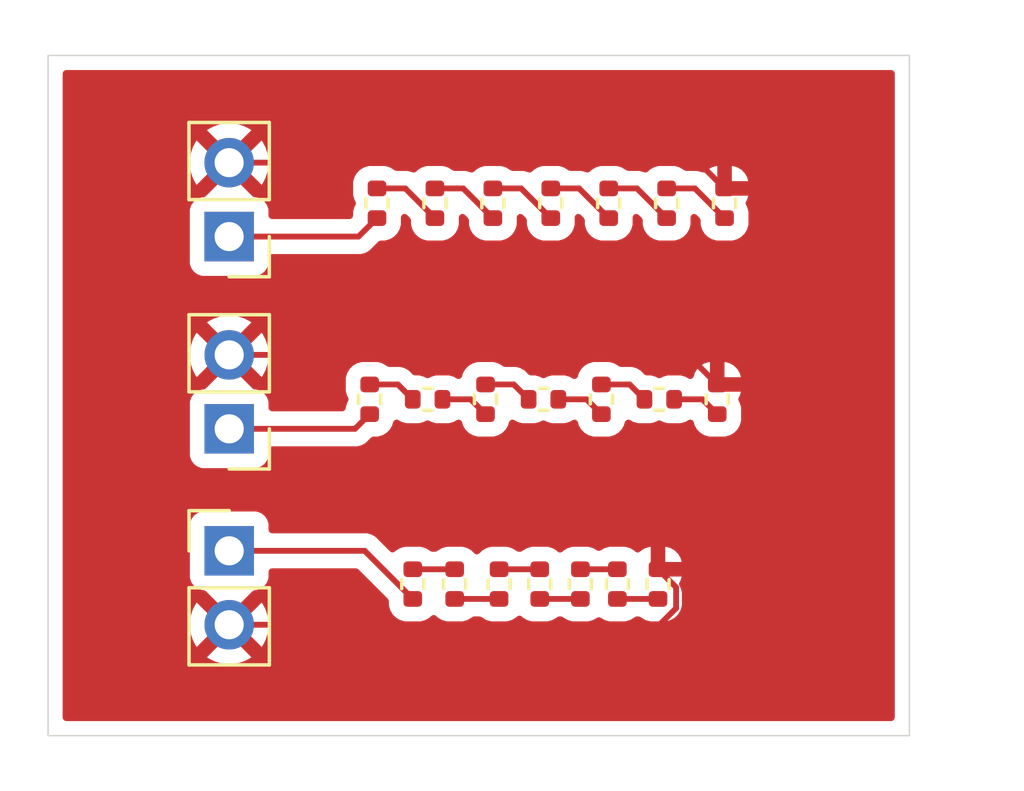
<source format=kicad_pcb>
(kicad_pcb (version 20241229) (generator "pcbnew") (generator_version "9.0")
  (layers (0 "F.Cu" signal) (2 "B.Cu" signal) (13 "F.Paste" user) (15 "B.Paste" user) (5 "F.SilkS" user "F.Silkscreen") (7 "B.SilkS" user "B.Silkscreen") (1 "F.Mask" user) (3 "B.Mask" user) (25 "Edge.Cuts" user))
  (net 0 "")
  (net 1 "Net-(J1-Pin_1)")
  (net 2 "Net-(R1-Pad2)")
  (net 3 "Net-(R2-Pad2)")
  (net 4 "Net-(R3-Pad2)")
  (net 5 "Net-(R4-Pad2)")
  (net 6 "Net-(R5-Pad2)")
  (net 7 "Net-(R6-Pad2)")
  (net 8 "Net-(J2-Pin_1)")
  (net 9 "Net-(J3-Pin_1)")
  (net 10 "Net-(R8-Pad2)")
  (net 11 "Net-(R10-Pad1)")
  (net 12 "Net-(R10-Pad2)")
  (net 13 "Net-(R11-Pad2)")
  (net 14 "Net-(R12-Pad2)")
  (net 15 "Net-(R13-Pad2)")
  (net 16 "Net-(R15-Pad2)")
  (net 17 "Net-(R16-Pad2)")
  (net 18 "Net-(R17-Pad2)")
  (net 19 "Net-(R18-Pad2)")
  (net 20 "Net-(R19-Pad2)")
  (net 21 "Net-(R20-Pad2)")
  (net 22 "GND")
  (footprint "Resistor_SMD:R_0402_1005Metric" (layer "F.Cu") (at 50.038 25.271 90)
    (property "Reference" "R7" (hide yes))
    (property "Value" "R" (hide yes))
    (fp_line (start -0.153641 -0.38) (end 0.153641 -0.38) (stroke (width 0.12)) (layer "F.SilkS"))
    (fp_line (start -0.153641 0.38) (end 0.153641 0.38) (stroke (width 0.12)) (layer "F.SilkS"))
    (pad "1" smd roundrect (at -0.51 0 90) (size 0.54 0.64) (layers "F.Cu" "F.Mask" "F.Paste") (net 7 "Net-(R6-Pad2)"))
    (pad "2" smd roundrect (at 0.51 0 90) (size 0.54 0.64) (layers "F.Cu" "F.Mask" "F.Paste") (net 22 "GND"))
  )
  (footprint "Resistor_SMD:R_0402_1005Metric" (layer "F.Cu") (at 43.688 38.354 -90)
    (property "Reference" "R18" (hide yes))
    (property "Value" "R" (hide yes))
    (fp_line (start -0.153641 0.38) (end 0.153641 0.38) (stroke (width 0.12)) (layer "F.SilkS"))
    (fp_line (start -0.153641 -0.38) (end 0.153641 -0.38) (stroke (width 0.12)) (layer "F.SilkS"))
    (pad "1" smd roundrect (at -0.51 0 270) (size 0.54 0.64) (layers "F.Cu" "F.Mask" "F.Paste") (net 18 "Net-(R17-Pad2)"))
    (pad "2" smd roundrect (at 0.51 0 270) (size 0.54 0.64) (layers "F.Cu" "F.Mask" "F.Paste") (net 19 "Net-(R18-Pad2)"))
  )
  (footprint "Connector_PinHeader_2.54mm:PinHeader_1x02_P2.54mm_Vertical" (layer "F.Cu") (at 33.02 33.02 180)
    (property "Reference" "J2" (hide yes))
    (property "Value" "Conn_01x02_Pin" (hide yes))
    (fp_line (start 1.38 1.27) (end 1.38 3.92) (stroke (width 0.12)) (layer "F.SilkS"))
    (fp_line (start -1.38 3.92) (end 1.38 3.92) (stroke (width 0.12)) (layer "F.SilkS"))
    (fp_line (start -1.38 1.27) (end 1.38 1.27) (stroke (width 0.12)) (layer "F.SilkS"))
    (fp_line (start -1.38 1.27) (end -1.38 3.92) (stroke (width 0.12)) (layer "F.SilkS"))
    (fp_line (start -1.38 0) (end -1.38 -1.38) (stroke (width 0.12)) (layer "F.SilkS"))
    (fp_line (start -1.38 -1.38) (end 0 -1.38) (stroke (width 0.12)) (layer "F.SilkS"))
    (pad "1" thru_hole rect (at 0 0 180) (size 1.7 1.7) (drill 1) (layers "*.Cu" "*.Mask") (net 8 "Net-(J2-Pin_1)"))
    (pad "2" thru_hole circle (at 0 2.54 180) (size 1.7 1.7) (drill 1) (layers "*.Cu" "*.Mask") (net 22 "GND"))
  )
  (footprint "Resistor_SMD:R_0402_1005Metric" (layer "F.Cu") (at 45.085 38.354 90)
    (property "Reference" "R19" (hide yes))
    (property "Value" "R" (hide yes))
    (fp_line (start -0.153641 -0.38) (end 0.153641 -0.38) (stroke (width 0.12)) (layer "F.SilkS"))
    (fp_line (start -0.153641 0.38) (end 0.153641 0.38) (stroke (width 0.12)) (layer "F.SilkS"))
    (pad "1" smd roundrect (at -0.51 0 90) (size 0.54 0.64) (layers "F.Cu" "F.Mask" "F.Paste") (net 19 "Net-(R18-Pad2)"))
    (pad "2" smd roundrect (at 0.51 0 90) (size 0.54 0.64) (layers "F.Cu" "F.Mask" "F.Paste") (net 20 "Net-(R19-Pad2)"))
  )
  (footprint "Resistor_SMD:R_0402_1005Metric" (layer "F.Cu") (at 48.048 25.271 90)
    (property "Reference" "R6" (hide yes))
    (property "Value" "R" (hide yes))
    (fp_line (start -0.153641 -0.38) (end 0.153641 -0.38) (stroke (width 0.12)) (layer "F.SilkS"))
    (fp_line (start -0.153641 0.38) (end 0.153641 0.38) (stroke (width 0.12)) (layer "F.SilkS"))
    (pad "1" smd roundrect (at -0.51 0 90) (size 0.54 0.64) (layers "F.Cu" "F.Mask" "F.Paste") (net 6 "Net-(R5-Pad2)"))
    (pad "2" smd roundrect (at 0.51 0 90) (size 0.54 0.64) (layers "F.Cu" "F.Mask" "F.Paste") (net 7 "Net-(R6-Pad2)"))
  )
  (footprint "Connector_PinHeader_2.54mm:PinHeader_1x02_P2.54mm_Vertical" (layer "F.Cu") (at 33.02 37.211)
    (property "Reference" "J3" (hide yes))
    (property "Value" "Conn_01x02_Pin" (hide yes))
    (fp_line (start -1.38 -1.38) (end 0 -1.38) (stroke (width 0.12)) (layer "F.SilkS"))
    (fp_line (start -1.38 0) (end -1.38 -1.38) (stroke (width 0.12)) (layer "F.SilkS"))
    (fp_line (start -1.38 1.27) (end -1.38 3.92) (stroke (width 0.12)) (layer "F.SilkS"))
    (fp_line (start -1.38 1.27) (end 1.38 1.27) (stroke (width 0.12)) (layer "F.SilkS"))
    (fp_line (start -1.38 3.92) (end 1.38 3.92) (stroke (width 0.12)) (layer "F.SilkS"))
    (fp_line (start 1.38 1.27) (end 1.38 3.92) (stroke (width 0.12)) (layer "F.SilkS"))
    (pad "1" thru_hole rect (at 0 0) (size 1.7 1.7) (drill 1) (layers "*.Cu" "*.Mask") (net 9 "Net-(J3-Pin_1)"))
    (pad "2" thru_hole circle (at 0 2.54) (size 1.7 1.7) (drill 1) (layers "*.Cu" "*.Mask") (net 22 "GND"))
  )
  (footprint "Resistor_SMD:R_0402_1005Metric" (layer "F.Cu") (at 44.068 25.271 90)
    (property "Reference" "R4" (hide yes))
    (property "Value" "R" (hide yes))
    (fp_line (start -0.153641 -0.38) (end 0.153641 -0.38) (stroke (width 0.12)) (layer "F.SilkS"))
    (fp_line (start -0.153641 0.38) (end 0.153641 0.38) (stroke (width 0.12)) (layer "F.SilkS"))
    (pad "1" smd roundrect (at -0.51 0 90) (size 0.54 0.64) (layers "F.Cu" "F.Mask" "F.Paste") (net 4 "Net-(R3-Pad2)"))
    (pad "2" smd roundrect (at 0.51 0 90) (size 0.54 0.64) (layers "F.Cu" "F.Mask" "F.Paste") (net 5 "Net-(R4-Pad2)"))
  )
  (footprint "Resistor_SMD:R_0402_1005Metric" (layer "F.Cu") (at 43.816 32.006)
    (property "Reference" "R11" (hide yes))
    (property "Value" "R" (hide yes))
    (fp_line (start -0.153641 -0.38) (end 0.153641 -0.38) (stroke (width 0.12)) (layer "F.SilkS"))
    (fp_line (start -0.153641 0.38) (end 0.153641 0.38) (stroke (width 0.12)) (layer "F.SilkS"))
    (pad "1" smd roundrect (at -0.51 0) (size 0.54 0.64) (layers "F.Cu" "F.Mask" "F.Paste") (net 12 "Net-(R10-Pad2)"))
    (pad "2" smd roundrect (at 0.51 0) (size 0.54 0.64) (layers "F.Cu" "F.Mask" "F.Paste") (net 13 "Net-(R11-Pad2)"))
  )
  (footprint "Resistor_SMD:R_0402_1005Metric" (layer "F.Cu") (at 39.327 38.354 90)
    (property "Reference" "R15" (hide yes))
    (property "Value" "R" (hide yes))
    (fp_line (start -0.153641 -0.38) (end 0.153641 -0.38) (stroke (width 0.12)) (layer "F.SilkS"))
    (fp_line (start -0.153641 0.38) (end 0.153641 0.38) (stroke (width 0.12)) (layer "F.SilkS"))
    (pad "1" smd roundrect (at -0.51 0 90) (size 0.54 0.64) (layers "F.Cu" "F.Mask" "F.Paste") (net 9 "Net-(J3-Pin_1)"))
    (pad "2" smd roundrect (at 0.51 0 90) (size 0.54 0.64) (layers "F.Cu" "F.Mask" "F.Paste") (net 16 "Net-(R15-Pad2)"))
  )
  (footprint "Resistor_SMD:R_0402_1005Metric" (layer "F.Cu") (at 40.088 25.271 90)
    (property "Reference" "R2" (hide yes))
    (property "Value" "R" (hide yes))
    (fp_line (start -0.153641 -0.38) (end 0.153641 -0.38) (stroke (width 0.12)) (layer "F.SilkS"))
    (fp_line (start -0.153641 0.38) (end 0.153641 0.38) (stroke (width 0.12)) (layer "F.SilkS"))
    (pad "1" smd roundrect (at -0.51 0 90) (size 0.54 0.64) (layers "F.Cu" "F.Mask" "F.Paste") (net 2 "Net-(R1-Pad2)"))
    (pad "2" smd roundrect (at 0.51 0 90) (size 0.54 0.64) (layers "F.Cu" "F.Mask" "F.Paste") (net 3 "Net-(R2-Pad2)"))
  )
  (footprint "Resistor_SMD:R_0402_1005Metric" (layer "F.Cu") (at 38.098 25.271 90)
    (property "Reference" "R1" (hide yes))
    (property "Value" "R" (hide yes))
    (fp_line (start -0.153641 -0.38) (end 0.153641 -0.38) (stroke (width 0.12)) (layer "F.SilkS"))
    (fp_line (start -0.153641 0.38) (end 0.153641 0.38) (stroke (width 0.12)) (layer "F.SilkS"))
    (pad "1" smd roundrect (at -0.51 0 90) (size 0.54 0.64) (layers "F.Cu" "F.Mask" "F.Paste") (net 1 "Net-(J1-Pin_1)"))
    (pad "2" smd roundrect (at 0.51 0 90) (size 0.54 0.64) (layers "F.Cu" "F.Mask" "F.Paste") (net 2 "Net-(R1-Pad2)"))
  )
  (footprint "Resistor_SMD:R_0402_1005Metric" (layer "F.Cu") (at 47.796 32.006)
    (property "Reference" "R13" (hide yes))
    (property "Value" "R" (hide yes))
    (fp_line (start -0.153641 -0.38) (end 0.153641 -0.38) (stroke (width 0.12)) (layer "F.SilkS"))
    (fp_line (start -0.153641 0.38) (end 0.153641 0.38) (stroke (width 0.12)) (layer "F.SilkS"))
    (pad "1" smd roundrect (at -0.51 0) (size 0.54 0.64) (layers "F.Cu" "F.Mask" "F.Paste") (net 14 "Net-(R12-Pad2)"))
    (pad "2" smd roundrect (at 0.51 0) (size 0.54 0.64) (layers "F.Cu" "F.Mask" "F.Paste") (net 15 "Net-(R13-Pad2)"))
  )
  (footprint "Resistor_SMD:R_0402_1005Metric" (layer "F.Cu") (at 46.355 38.354 -90)
    (property "Reference" "R20" (hide yes))
    (property "Value" "R" (hide yes))
    (fp_line (start -0.153641 0.38) (end 0.153641 0.38) (stroke (width 0.12)) (layer "F.SilkS"))
    (fp_line (start -0.153641 -0.38) (end 0.153641 -0.38) (stroke (width 0.12)) (layer "F.SilkS"))
    (pad "1" smd roundrect (at -0.51 0 270) (size 0.54 0.64) (layers "F.Cu" "F.Mask" "F.Paste") (net 20 "Net-(R19-Pad2)"))
    (pad "2" smd roundrect (at 0.51 0 270) (size 0.54 0.64) (layers "F.Cu" "F.Mask" "F.Paste") (net 21 "Net-(R20-Pad2)"))
  )
  (footprint "Resistor_SMD:R_0402_1005Metric" (layer "F.Cu") (at 46.058 25.271 90)
    (property "Reference" "R5" (hide yes))
    (property "Value" "R" (hide yes))
    (fp_line (start -0.153641 -0.38) (end 0.153641 -0.38) (stroke (width 0.12)) (layer "F.SilkS"))
    (fp_line (start -0.153641 0.38) (end 0.153641 0.38) (stroke (width 0.12)) (layer "F.SilkS"))
    (pad "1" smd roundrect (at -0.51 0 90) (size 0.54 0.64) (layers "F.Cu" "F.Mask" "F.Paste") (net 5 "Net-(R4-Pad2)"))
    (pad "2" smd roundrect (at 0.51 0 90) (size 0.54 0.64) (layers "F.Cu" "F.Mask" "F.Paste") (net 6 "Net-(R5-Pad2)"))
  )
  (footprint "Resistor_SMD:R_0402_1005Metric" (layer "F.Cu") (at 40.767 38.354 -90)
    (property "Reference" "R16" (hide yes))
    (property "Value" "R" (hide yes))
    (fp_line (start -0.153641 0.38) (end 0.153641 0.38) (stroke (width 0.12)) (layer "F.SilkS"))
    (fp_line (start -0.153641 -0.38) (end 0.153641 -0.38) (stroke (width 0.12)) (layer "F.SilkS"))
    (pad "1" smd roundrect (at -0.51 0 270) (size 0.54 0.64) (layers "F.Cu" "F.Mask" "F.Paste") (net 16 "Net-(R15-Pad2)"))
    (pad "2" smd roundrect (at 0.51 0 270) (size 0.54 0.64) (layers "F.Cu" "F.Mask" "F.Paste") (net 17 "Net-(R16-Pad2)"))
  )
  (footprint "Resistor_SMD:R_0402_1005Metric" (layer "F.Cu") (at 45.806 32.006 90)
    (property "Reference" "R12" (hide yes))
    (property "Value" "R" (hide yes))
    (fp_line (start -0.153641 -0.38) (end 0.153641 -0.38) (stroke (width 0.12)) (layer "F.SilkS"))
    (fp_line (start -0.153641 0.38) (end 0.153641 0.38) (stroke (width 0.12)) (layer "F.SilkS"))
    (pad "1" smd roundrect (at -0.51 0 90) (size 0.54 0.64) (layers "F.Cu" "F.Mask" "F.Paste") (net 13 "Net-(R11-Pad2)"))
    (pad "2" smd roundrect (at 0.51 0 90) (size 0.54 0.64) (layers "F.Cu" "F.Mask" "F.Paste") (net 14 "Net-(R12-Pad2)"))
  )
  (footprint "Resistor_SMD:R_0402_1005Metric" (layer "F.Cu") (at 42.078 25.271 90)
    (property "Reference" "R3" (hide yes))
    (property "Value" "R" (hide yes))
    (fp_line (start -0.153641 -0.38) (end 0.153641 -0.38) (stroke (width 0.12)) (layer "F.SilkS"))
    (fp_line (start -0.153641 0.38) (end 0.153641 0.38) (stroke (width 0.12)) (layer "F.SilkS"))
    (pad "1" smd roundrect (at -0.51 0 90) (size 0.54 0.64) (layers "F.Cu" "F.Mask" "F.Paste") (net 3 "Net-(R2-Pad2)"))
    (pad "2" smd roundrect (at 0.51 0 90) (size 0.54 0.64) (layers "F.Cu" "F.Mask" "F.Paste") (net 4 "Net-(R3-Pad2)"))
  )
  (footprint "Resistor_SMD:R_0402_1005Metric" (layer "F.Cu") (at 42.291 38.354 90)
    (property "Reference" "R17" (hide yes))
    (property "Value" "R" (hide yes))
    (fp_line (start -0.153641 -0.38) (end 0.153641 -0.38) (stroke (width 0.12)) (layer "F.SilkS"))
    (fp_line (start -0.153641 0.38) (end 0.153641 0.38) (stroke (width 0.12)) (layer "F.SilkS"))
    (pad "1" smd roundrect (at -0.51 0 90) (size 0.54 0.64) (layers "F.Cu" "F.Mask" "F.Paste") (net 17 "Net-(R16-Pad2)"))
    (pad "2" smd roundrect (at 0.51 0 90) (size 0.54 0.64) (layers "F.Cu" "F.Mask" "F.Paste") (net 18 "Net-(R17-Pad2)"))
  )
  (footprint "Resistor_SMD:R_0402_1005Metric" (layer "F.Cu") (at 47.752 38.354 90)
    (property "Reference" "R21" (hide yes))
    (property "Value" "R" (hide yes))
    (fp_line (start -0.153641 -0.38) (end 0.153641 -0.38) (stroke (width 0.12)) (layer "F.SilkS"))
    (fp_line (start -0.153641 0.38) (end 0.153641 0.38) (stroke (width 0.12)) (layer "F.SilkS"))
    (pad "1" smd roundrect (at -0.51 0 90) (size 0.54 0.64) (layers "F.Cu" "F.Mask" "F.Paste") (net 21 "Net-(R20-Pad2)"))
    (pad "2" smd roundrect (at 0.51 0 90) (size 0.54 0.64) (layers "F.Cu" "F.Mask" "F.Paste") (net 22 "GND"))
  )
  (footprint "Resistor_SMD:R_0402_1005Metric" (layer "F.Cu") (at 41.826 32.006 90)
    (property "Reference" "R10" (hide yes))
    (property "Value" "R" (hide yes))
    (fp_line (start -0.153641 -0.38) (end 0.153641 -0.38) (stroke (width 0.12)) (layer "F.SilkS"))
    (fp_line (start -0.153641 0.38) (end 0.153641 0.38) (stroke (width 0.12)) (layer "F.SilkS"))
    (pad "1" smd roundrect (at -0.51 0 90) (size 0.54 0.64) (layers "F.Cu" "F.Mask" "F.Paste") (net 11 "Net-(R10-Pad1)"))
    (pad "2" smd roundrect (at 0.51 0 90) (size 0.54 0.64) (layers "F.Cu" "F.Mask" "F.Paste") (net 12 "Net-(R10-Pad2)"))
  )
  (footprint "Resistor_SMD:R_0402_1005Metric" (layer "F.Cu") (at 49.786 32.006 90)
    (property "Reference" "R14" (hide yes))
    (property "Value" "R" (hide yes))
    (fp_line (start -0.153641 -0.38) (end 0.153641 -0.38) (stroke (width 0.12)) (layer "F.SilkS"))
    (fp_line (start -0.153641 0.38) (end 0.153641 0.38) (stroke (width 0.12)) (layer "F.SilkS"))
    (pad "1" smd roundrect (at -0.51 0 90) (size 0.54 0.64) (layers "F.Cu" "F.Mask" "F.Paste") (net 15 "Net-(R13-Pad2)"))
    (pad "2" smd roundrect (at 0.51 0 90) (size 0.54 0.64) (layers "F.Cu" "F.Mask" "F.Paste") (net 22 "GND"))
  )
  (footprint "Connector_PinHeader_2.54mm:PinHeader_1x02_P2.54mm_Vertical" (layer "F.Cu") (at 33.018 26.416 180)
    (property "Reference" "J1" (hide yes))
    (property "Value" "Conn_01x02_Pin" (hide yes))
    (fp_line (start 1.38 1.27) (end 1.38 3.92) (stroke (width 0.12)) (layer "F.SilkS"))
    (fp_line (start -1.38 3.92) (end 1.38 3.92) (stroke (width 0.12)) (layer "F.SilkS"))
    (fp_line (start -1.38 1.27) (end 1.38 1.27) (stroke (width 0.12)) (layer "F.SilkS"))
    (fp_line (start -1.38 1.27) (end -1.38 3.92) (stroke (width 0.12)) (layer "F.SilkS"))
    (fp_line (start -1.38 0) (end -1.38 -1.38) (stroke (width 0.12)) (layer "F.SilkS"))
    (fp_line (start -1.38 -1.38) (end 0 -1.38) (stroke (width 0.12)) (layer "F.SilkS"))
    (pad "1" thru_hole rect (at 0 0 180) (size 1.7 1.7) (drill 1) (layers "*.Cu" "*.Mask") (net 1 "Net-(J1-Pin_1)"))
    (pad "2" thru_hole circle (at 0 2.54 180) (size 1.7 1.7) (drill 1) (layers "*.Cu" "*.Mask") (net 22 "GND"))
  )
  (footprint "Resistor_SMD:R_0402_1005Metric" (layer "F.Cu") (at 37.846 32.006 90)
    (property "Reference" "R8" (hide yes))
    (property "Value" "R" (hide yes))
    (fp_line (start -0.153641 -0.38) (end 0.153641 -0.38) (stroke (width 0.12)) (layer "F.SilkS"))
    (fp_line (start -0.153641 0.38) (end 0.153641 0.38) (stroke (width 0.12)) (layer "F.SilkS"))
    (pad "1" smd roundrect (at -0.51 0 90) (size 0.54 0.64) (layers "F.Cu" "F.Mask" "F.Paste") (net 8 "Net-(J2-Pin_1)"))
    (pad "2" smd roundrect (at 0.51 0 90) (size 0.54 0.64) (layers "F.Cu" "F.Mask" "F.Paste") (net 10 "Net-(R8-Pad2)"))
  )
  (footprint "Resistor_SMD:R_0402_1005Metric" (layer "F.Cu") (at 39.836 32.006)
    (property "Reference" "R9" (hide yes))
    (property "Value" "R" (hide yes))
    (fp_line (start -0.153641 -0.38) (end 0.153641 -0.38) (stroke (width 0.12)) (layer "F.SilkS"))
    (fp_line (start -0.153641 0.38) (end 0.153641 0.38) (stroke (width 0.12)) (layer "F.SilkS"))
    (pad "1" smd roundrect (at -0.51 0) (size 0.54 0.64) (layers "F.Cu" "F.Mask" "F.Paste") (net 10 "Net-(R8-Pad2)"))
    (pad "2" smd roundrect (at 0.51 0) (size 0.54 0.64) (layers "F.Cu" "F.Mask" "F.Paste") (net 11 "Net-(R10-Pad1)"))
  )
  (gr_rect (start 26.797 20.193) (end 56.388 43.561) (stroke (width 0.05)) (fill no) (layer "Edge.Cuts"))
  (segment (start 37.463 26.416) (end 38.098 25.781) (width 0.2) (layer "F.Cu") (net 1))
  (segment (start 33.018 26.416) (end 37.463 26.416) (width 0.2) (layer "F.Cu") (net 1))
  (segment (start 39.068 24.761) (end 40.088 25.781) (width 0.2) (layer "F.Cu") (net 2))
  (segment (start 38.098 24.761) (end 39.068 24.761) (width 0.2) (layer "F.Cu") (net 2))
  (segment (start 40.088 24.761) (end 41.058 24.761) (width 0.2) (layer "F.Cu") (net 3))
  (segment (start 41.058 24.761) (end 42.078 25.781) (width 0.2) (layer "F.Cu") (net 3))
  (segment (start 43.048 24.761) (end 44.068 25.781) (width 0.2) (layer "F.Cu") (net 4))
  (segment (start 42.078 24.761) (end 43.048 24.761) (width 0.2) (layer "F.Cu") (net 4))
  (segment (start 44.068 24.761) (end 45.038 24.761) (width 0.2) (layer "F.Cu") (net 5))
  (segment (start 45.038 24.761) (end 46.058 25.781) (width 0.2) (layer "F.Cu") (net 5))
  (segment (start 46.058 24.761) (end 47.028 24.761) (width 0.2) (layer "F.Cu") (net 6))
  (segment (start 47.028 24.761) (end 48.048 25.781) (width 0.2) (layer "F.Cu") (net 6))
  (segment (start 48.048 24.761) (end 49.018 24.761) (width 0.2) (layer "F.Cu") (net 7))
  (segment (start 49.018 24.761) (end 50.038 25.781) (width 0.2) (layer "F.Cu") (net 7))
  (segment (start 37.342 33.02) (end 37.846 32.516) (width 0.2) (layer "F.Cu") (net 8))
  (segment (start 33.02 33.02) (end 37.342 33.02) (width 0.2) (layer "F.Cu") (net 8))
  (segment (start 37.674 37.211) (end 39.327 38.864) (width 0.2) (layer "F.Cu") (net 9))
  (segment (start 33.02 37.211) (end 37.674 37.211) (width 0.2) (layer "F.Cu") (net 9))
  (segment (start 38.816 31.496) (end 39.326 32.006) (width 0.2) (layer "F.Cu") (net 10))
  (segment (start 37.846 31.496) (end 38.816 31.496) (width 0.2) (layer "F.Cu") (net 10))
  (segment (start 40.346 32.006) (end 41.316 32.006) (width 0.2) (layer "F.Cu") (net 11))
  (segment (start 41.316 32.006) (end 41.826 32.516) (width 0.2) (layer "F.Cu") (net 11))
  (segment (start 41.826 31.496) (end 42.796 31.496) (width 0.2) (layer "F.Cu") (net 12))
  (segment (start 42.796 31.496) (end 43.306 32.006) (width 0.2) (layer "F.Cu") (net 12))
  (segment (start 45.296 32.006) (end 45.806 32.516) (width 0.2) (layer "F.Cu") (net 13))
  (segment (start 44.326 32.006) (end 45.296 32.006) (width 0.2) (layer "F.Cu") (net 13))
  (segment (start 46.776 31.496) (end 47.286 32.006) (width 0.2) (layer "F.Cu") (net 14))
  (segment (start 45.806 31.496) (end 46.776 31.496) (width 0.2) (layer "F.Cu") (net 14))
  (segment (start 49.276 32.006) (end 49.786 32.516) (width 0.2) (layer "F.Cu") (net 15))
  (segment (start 48.306 32.006) (end 49.276 32.006) (width 0.2) (layer "F.Cu") (net 15))
  (segment (start 39.327 37.844) (end 40.767 37.844) (width 0.2) (layer "F.Cu") (net 16))
  (segment (start 40.767 38.864) (end 42.291 38.864) (width 0.2) (layer "F.Cu") (net 17))
  (segment (start 43.688 37.844) (end 42.291 37.844) (width 0.2) (layer "F.Cu") (net 18))
  (segment (start 43.688 38.864) (end 45.085 38.864) (width 0.2) (layer "F.Cu") (net 19))
  (segment (start 45.085 37.844) (end 46.355 37.844) (width 0.2) (layer "F.Cu") (net 20))
  (segment (start 46.355 38.864) (end 47.752 38.864) (width 0.2) (layer "F.Cu") (net 21))
  (segment (start 49.153 23.876) (end 33.018 23.876) (width 0.2) (layer "F.Cu") (net 22))
  (segment (start 47.80534 39.751) (end 48.373 39.18334) (width 0.2) (layer "F.Cu") (net 22))
  (segment (start 48.373 39.18334) (end 48.373 38.465) (width 0.2) (layer "F.Cu") (net 22))
  (segment (start 48.77 30.48) (end 33.02 30.48) (width 0.2) (layer "F.Cu") (net 22))
  (segment (start 33.02 39.751) (end 47.80534 39.751) (width 0.2) (layer "F.Cu") (net 22))
  (segment (start 50.038 24.761) (end 49.153 23.876) (width 0.2) (layer "F.Cu") (net 22))
  (segment (start 48.373 38.465) (end 47.752 37.844) (width 0.2) (layer "F.Cu") (net 22))
  (segment (start 49.786 31.496) (end 48.77 30.48) (width 0.2) (layer "F.Cu") (net 22))
  (zone (net 22) (net_name "GND") (layer "F.Cu") (connect_pads (clearance 0.5)) (min_thickness 0.25) (fill yes (thermal_gap 0.5) (thermal_bridge_width 0.5))
    (polygon (pts (xy 25.146 18.415) (xy 60.325 18.288) (xy 60.198 45.466) (xy 25.4 45.212)))
  )
)
</source>
